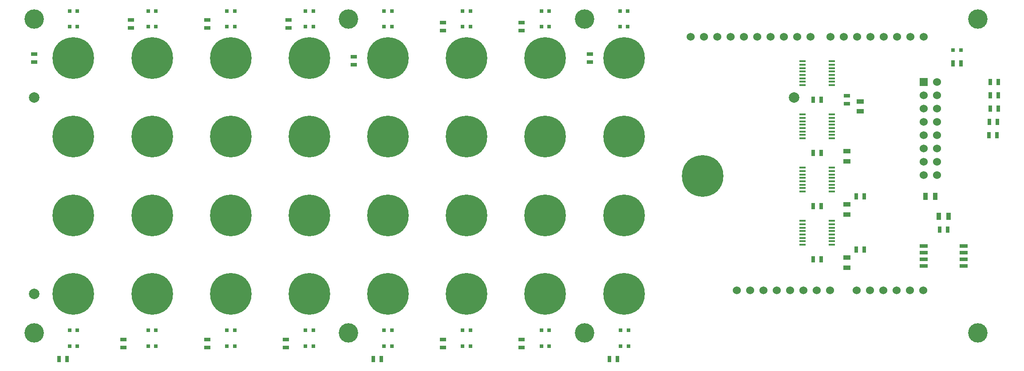
<source format=gts>
G04 (created by PCBNEW-RS274X (2012-apr-16-27)-stable) date Sun 25 Aug 2013 09:14:28 PM CEST*
G01*
G70*
G90*
%MOIN*%
G04 Gerber Fmt 3.4, Leading zero omitted, Abs format*
%FSLAX34Y34*%
G04 APERTURE LIST*
%ADD10C,0.006000*%
%ADD11C,0.312200*%
%ADD12C,0.145700*%
%ADD13R,0.025000X0.045000*%
%ADD14R,0.045000X0.025000*%
%ADD15R,0.060000X0.060000*%
%ADD16C,0.060000*%
%ADD17R,0.059100X0.027600*%
%ADD18R,0.035000X0.055000*%
%ADD19R,0.055000X0.035000*%
%ADD20R,0.031400X0.031400*%
%ADD21R,0.050000X0.015000*%
%ADD22C,0.078800*%
G04 APERTURE END LIST*
G54D10*
G54D11*
X21654Y-23622D03*
X27559Y-23622D03*
X33465Y-23622D03*
X39370Y-23622D03*
X45276Y-23622D03*
X51181Y-23622D03*
X57087Y-23622D03*
X62992Y-23622D03*
X21654Y-29528D03*
X27559Y-29528D03*
X33465Y-29528D03*
X39370Y-29528D03*
X45276Y-29528D03*
X51181Y-29528D03*
X57087Y-29528D03*
X62992Y-29528D03*
X62992Y-35433D03*
X57087Y-35433D03*
X51181Y-35433D03*
X45276Y-35433D03*
X39370Y-35433D03*
X33465Y-35433D03*
X27559Y-35433D03*
X21654Y-35433D03*
X21654Y-41339D03*
X27559Y-41339D03*
X33465Y-41339D03*
X39370Y-41339D03*
X45276Y-41339D03*
X51181Y-41339D03*
X57087Y-41339D03*
X62992Y-41339D03*
G54D12*
X18701Y-20669D03*
X42323Y-20669D03*
X60039Y-20669D03*
X89567Y-20669D03*
X89567Y-44291D03*
X60039Y-44291D03*
X42323Y-44291D03*
X18701Y-44291D03*
G54D11*
X68898Y-32480D03*
G54D13*
X81050Y-38000D03*
X80450Y-38000D03*
X81050Y-34000D03*
X80450Y-34000D03*
G54D14*
X79750Y-27050D03*
X79750Y-26450D03*
G54D13*
X90400Y-29400D03*
X91000Y-29400D03*
X90500Y-27400D03*
X91100Y-27400D03*
X90450Y-28400D03*
X91050Y-28400D03*
X90500Y-26400D03*
X91100Y-26400D03*
X90500Y-25400D03*
X91100Y-25400D03*
G54D15*
X85510Y-25400D03*
G54D16*
X86510Y-25400D03*
X85510Y-26400D03*
X86510Y-26400D03*
X85510Y-27400D03*
X86510Y-27400D03*
X85510Y-28400D03*
X86510Y-28400D03*
X85510Y-29400D03*
X86510Y-29400D03*
G54D17*
X85500Y-37750D03*
X85500Y-38250D03*
X85500Y-38750D03*
X85500Y-39250D03*
X88500Y-39250D03*
X88500Y-38750D03*
X88500Y-38250D03*
X88500Y-37750D03*
G54D18*
X86625Y-35500D03*
X87375Y-35500D03*
X85625Y-34000D03*
X86375Y-34000D03*
G54D13*
X86700Y-36500D03*
X87300Y-36500D03*
G54D16*
X71490Y-41080D03*
X72490Y-41080D03*
X73490Y-41080D03*
X74490Y-41080D03*
X75490Y-41080D03*
X76490Y-41080D03*
X77490Y-41080D03*
X78490Y-41080D03*
X80480Y-41080D03*
X81480Y-41080D03*
X82480Y-41080D03*
X83480Y-41080D03*
X84480Y-41080D03*
X85480Y-41080D03*
X85510Y-30400D03*
X85510Y-31400D03*
X85510Y-32400D03*
X86510Y-32400D03*
X86510Y-31400D03*
X86510Y-30400D03*
X85510Y-22000D03*
X84510Y-22000D03*
X83510Y-22000D03*
X82510Y-22000D03*
X81510Y-22000D03*
X80510Y-22000D03*
X79510Y-22000D03*
X78510Y-22000D03*
X77000Y-22000D03*
X76000Y-22000D03*
X75000Y-22000D03*
X74000Y-22000D03*
X73000Y-22000D03*
X72000Y-22000D03*
X71000Y-22000D03*
X70000Y-22000D03*
X69000Y-22000D03*
X68000Y-22000D03*
G54D19*
X79750Y-30625D03*
X79750Y-31375D03*
G54D13*
X77800Y-30750D03*
X77200Y-30750D03*
X77800Y-26750D03*
X77200Y-26750D03*
G54D19*
X80750Y-26875D03*
X80750Y-27625D03*
X79750Y-34625D03*
X79750Y-35375D03*
G54D13*
X77800Y-34750D03*
X77200Y-34750D03*
X77800Y-38750D03*
X77200Y-38750D03*
G54D19*
X79750Y-38625D03*
X79750Y-39375D03*
G54D13*
X87700Y-24000D03*
X88300Y-24000D03*
G54D20*
X88295Y-23000D03*
X87705Y-23000D03*
G54D21*
X76398Y-27854D03*
X76398Y-28110D03*
X76398Y-28366D03*
X76398Y-28622D03*
X76398Y-28878D03*
X76398Y-29134D03*
X76398Y-29390D03*
X76398Y-29646D03*
X78602Y-29646D03*
X78602Y-29390D03*
X78602Y-29134D03*
X78602Y-28878D03*
X78602Y-28622D03*
X78602Y-28366D03*
X78602Y-28110D03*
X78602Y-27854D03*
X76398Y-23854D03*
X76398Y-24110D03*
X76398Y-24366D03*
X76398Y-24622D03*
X76398Y-24878D03*
X76398Y-25134D03*
X76398Y-25390D03*
X76398Y-25646D03*
X78602Y-25646D03*
X78602Y-25390D03*
X78602Y-25134D03*
X78602Y-24878D03*
X78602Y-24622D03*
X78602Y-24366D03*
X78602Y-24110D03*
X78602Y-23854D03*
X76398Y-31854D03*
X76398Y-32110D03*
X76398Y-32366D03*
X76398Y-32622D03*
X76398Y-32878D03*
X76398Y-33134D03*
X76398Y-33390D03*
X76398Y-33646D03*
X78602Y-33646D03*
X78602Y-33390D03*
X78602Y-33134D03*
X78602Y-32878D03*
X78602Y-32622D03*
X78602Y-32366D03*
X78602Y-32110D03*
X78602Y-31854D03*
X76398Y-35854D03*
X76398Y-36110D03*
X76398Y-36366D03*
X76398Y-36622D03*
X76398Y-36878D03*
X76398Y-37134D03*
X76398Y-37390D03*
X76398Y-37646D03*
X78602Y-37646D03*
X78602Y-37390D03*
X78602Y-37134D03*
X78602Y-36878D03*
X78602Y-36622D03*
X78602Y-36366D03*
X78602Y-36110D03*
X78602Y-35854D03*
G54D20*
X45571Y-21260D03*
X44981Y-21260D03*
X45571Y-20079D03*
X44981Y-20079D03*
G54D14*
X42717Y-24119D03*
X42717Y-23519D03*
X49409Y-21560D03*
X49409Y-20960D03*
G54D20*
X51476Y-20079D03*
X50886Y-20079D03*
X51476Y-21260D03*
X50886Y-21260D03*
X63287Y-21260D03*
X62697Y-21260D03*
X63287Y-20079D03*
X62697Y-20079D03*
G54D14*
X60433Y-23922D03*
X60433Y-23322D03*
X55315Y-21560D03*
X55315Y-20960D03*
G54D20*
X57382Y-20079D03*
X56792Y-20079D03*
X57382Y-21260D03*
X56792Y-21260D03*
X33760Y-21260D03*
X33170Y-21260D03*
X33760Y-20079D03*
X33170Y-20079D03*
G54D14*
X31693Y-21363D03*
X31693Y-20763D03*
X37795Y-21363D03*
X37795Y-20763D03*
G54D20*
X39665Y-20079D03*
X39075Y-20079D03*
X39665Y-21260D03*
X39075Y-21260D03*
X27854Y-21260D03*
X27264Y-21260D03*
X27854Y-20079D03*
X27264Y-20079D03*
G54D14*
X25984Y-21363D03*
X25984Y-20763D03*
X18701Y-23922D03*
X18701Y-23322D03*
G54D20*
X21949Y-20079D03*
X21359Y-20079D03*
X21949Y-21260D03*
X21359Y-21260D03*
X21949Y-44094D03*
X21359Y-44094D03*
X21949Y-45276D03*
X21359Y-45276D03*
G54D13*
X20566Y-46260D03*
X21166Y-46260D03*
G54D14*
X25394Y-45379D03*
X25394Y-44779D03*
G54D20*
X27854Y-45276D03*
X27264Y-45276D03*
X27854Y-44094D03*
X27264Y-44094D03*
X39665Y-44094D03*
X39075Y-44094D03*
X39665Y-45276D03*
X39075Y-45276D03*
G54D14*
X37598Y-45379D03*
X37598Y-44779D03*
X31693Y-45379D03*
X31693Y-44779D03*
G54D20*
X33760Y-45276D03*
X33170Y-45276D03*
X33760Y-44094D03*
X33170Y-44094D03*
X57382Y-44094D03*
X56792Y-44094D03*
X57382Y-45276D03*
X56792Y-45276D03*
G54D14*
X55315Y-45379D03*
X55315Y-44779D03*
G54D13*
X61905Y-46260D03*
X62505Y-46260D03*
G54D20*
X63326Y-45275D03*
X62736Y-45275D03*
X63326Y-44094D03*
X62736Y-44094D03*
X51476Y-44094D03*
X50886Y-44094D03*
X51476Y-45276D03*
X50886Y-45276D03*
G54D14*
X49409Y-45379D03*
X49409Y-44779D03*
G54D13*
X44188Y-46260D03*
X44788Y-46260D03*
G54D20*
X45571Y-45276D03*
X44981Y-45276D03*
X45571Y-44094D03*
X44981Y-44094D03*
G54D22*
X18701Y-41339D03*
X18701Y-26575D03*
X75787Y-26575D03*
M02*

</source>
